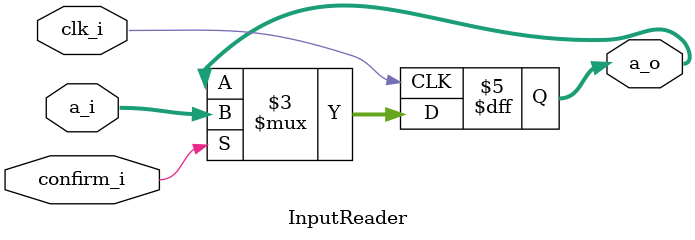
<source format=v>
`timescale 1ns / 1ps


module InputReader(//read number from switches
input clk_i,
input [7:0] a_i,
input confirm_i,
output reg [7:0] a_o
    );
    always @(posedge clk_i) begin
        if(confirm_i)begin
            a_o<=a_i;
        end else begin
            a_o<=a_o;
        end
    end
endmodule

</source>
